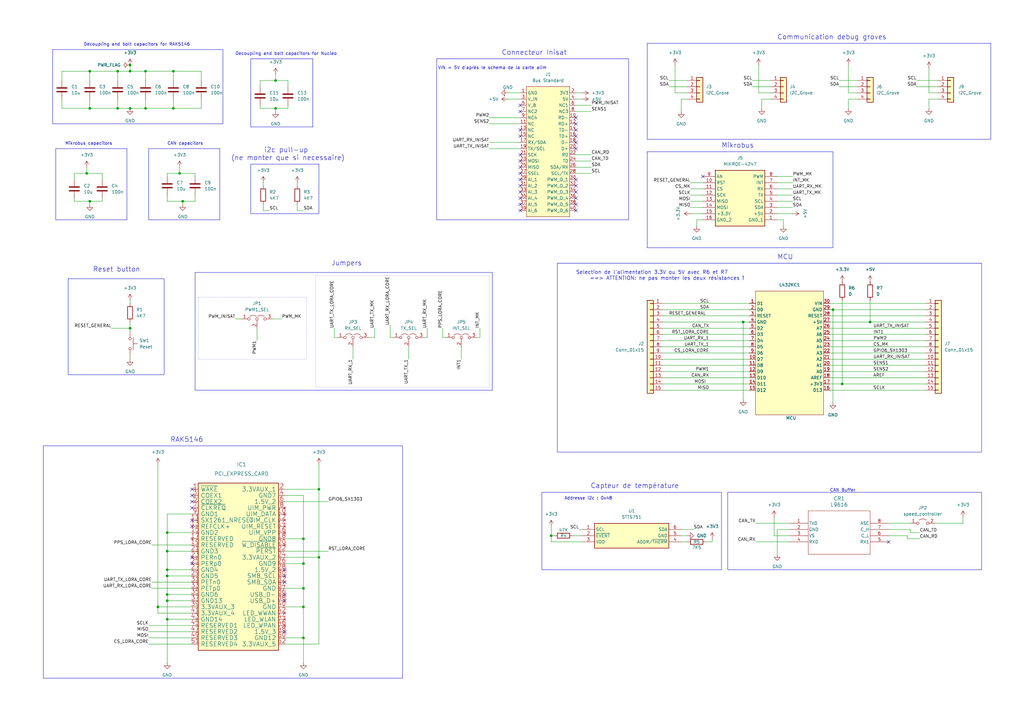
<source format=kicad_sch>
(kicad_sch (version 20231120) (generator "eeschema") (generator_version "8.0")
  (paper "A3")
  (junction (at 64.77 248.92))
  (junction (at 73.66 71.12))
  (junction (at 68.58 254))
  (junction (at 68.58 226.06))
  (junction (at 226.06 219.71))
  (junction (at 341.63 127))
  (junction (at 68.58 233.68))
  (junction (at 124.46 231.14))
  (junction (at 68.58 218.44))
  (junction (at 113.03 33.02))
  (junction (at 124.46 261.62))
  (junction (at 124.46 248.92))
  (junction (at 71.12 44.45))
  (junction (at 36.83 29.21))
  (junction (at 356.87 132.08))
  (junction (at 53.34 134.62))
  (junction (at 35.56 71.12))
  (junction (at 304.8 132.08))
  (junction (at 59.69 44.45))
  (junction (at 124.46 220.98))
  (junction (at 130.81 228.6))
  (junction (at 48.26 29.21))
  (junction (at 59.69 29.21))
  (junction (at 48.26 44.45))
  (junction (at 71.12 29.21))
  (junction (at 53.34 26.67))
  (junction (at 53.34 44.45))
  (junction (at 130.81 200.66))
  (junction (at 345.44 157.48))
  (junction (at 68.58 246.38))
  (junction (at 124.46 241.3))
  (junction (at 36.83 44.45))
  (junction (at 68.58 243.84))
  (junction (at 74.93 82.55))
  (junction (at 53.34 29.21))
  (junction (at 36.83 82.55))
  (junction (at 68.58 236.22))
  (junction (at 113.03 44.45))
  (no_connect (at 236.22 78.74))
  (no_connect (at 236.22 60.96))
  (no_connect (at 213.36 76.2))
  (no_connect (at 116.84 259.08))
  (no_connect (at 364.49 222.25))
  (no_connect (at 78.74 231.14))
  (no_connect (at 236.22 73.66))
  (no_connect (at 213.36 45.72))
  (no_connect (at 116.84 233.68))
  (no_connect (at 236.22 86.36))
  (no_connect (at 236.22 83.82))
  (no_connect (at 213.36 43.18))
  (no_connect (at 236.22 76.2))
  (no_connect (at 213.36 81.28))
  (no_connect (at 236.22 53.34))
  (no_connect (at 213.36 71.12))
  (no_connect (at 288.29 72.39))
  (no_connect (at 78.74 205.74))
  (no_connect (at 213.36 55.88))
  (no_connect (at 78.74 228.6))
  (no_connect (at 78.74 203.2))
  (no_connect (at 213.36 66.04))
  (no_connect (at 213.36 73.66))
  (no_connect (at 116.84 238.76))
  (no_connect (at 213.36 78.74))
  (no_connect (at 213.36 53.34))
  (no_connect (at 213.36 83.82))
  (no_connect (at 213.36 63.5))
  (no_connect (at 116.84 236.22))
  (no_connect (at 116.84 246.38))
  (no_connect (at 236.22 55.88))
  (no_connect (at 213.36 68.58))
  (no_connect (at 213.36 86.36))
  (no_connect (at 236.22 50.8))
  (no_connect (at 78.74 208.28))
  (no_connect (at 78.74 213.36))
  (no_connect (at 78.74 215.9))
  (no_connect (at 78.74 200.66))
  (no_connect (at 236.22 81.28))
  (no_connect (at 116.84 243.84))
  (no_connect (at 236.22 48.26))
  (no_connect (at 236.22 58.42))
  (wire (pts (xy 236.22 38.1) (xy 238.76 38.1)))
  (wire (pts (xy 110.49 86.36) (xy 107.95 86.36)))
  (wire (pts (xy 68.58 210.82) (xy 78.74 210.82)))
  (wire (pts (xy 283.21 80.01) (xy 288.29 80.01)))
  (wire (pts (xy 234.95 219.71) (xy 238.76 219.71)))
  (wire (pts (xy 78.74 251.46) (xy 64.77 251.46)))
  (wire (pts (xy 309.88 214.63) (xy 323.85 214.63)))
  (wire (pts (xy 124.46 86.36) (xy 121.92 86.36)))
  (wire (pts (xy 311.15 38.1) (xy 316.23 38.1)))
  (wire (pts (xy 271.78 134.62) (xy 307.34 134.62)))
  (wire (pts (xy 130.81 190.5) (xy 130.81 200.66)))
  (polyline (pts (xy 90.17 90.17) (xy 60.96 90.17)))
  (wire (pts (xy 68.58 82.55) (xy 74.93 82.55)))
  (wire (pts (xy 200.66 60.96) (xy 213.36 60.96)))
  (wire (pts (xy 373.38 218.44) (xy 373.38 217.17)))
  (wire (pts (xy 48.26 40.64) (xy 48.26 44.45)))
  (wire (pts (xy 317.5 219.71) (xy 323.85 219.71)))
  (polyline (pts (xy 21.59 20.32) (xy 21.59 50.8)))
  (wire (pts (xy 236.22 40.64) (xy 238.76 40.64)))
  (polyline (pts (xy 406.4 57.15) (xy 265.43 57.15)))
  (wire (pts (xy 73.66 68.58) (xy 73.66 71.12)))
  (wire (pts (xy 167.64 142.24) (xy 167.64 147.32)))
  (wire (pts (xy 80.01 71.12) (xy 80.01 72.39)))
  (wire (pts (xy 160.02 133.35) (xy 160.02 138.43)))
  (wire (pts (xy 68.58 246.38) (xy 78.74 246.38)))
  (polyline (pts (xy 265.43 17.78) (xy 265.43 57.15)))
  (wire (pts (xy 208.28 40.64) (xy 213.36 40.64)))
  (wire (pts (xy 113.03 44.45) (xy 118.11 44.45)))
  (wire (pts (xy 48.26 29.21) (xy 48.26 33.02)))
  (wire (pts (xy 323.85 217.17) (xy 318.77 217.17)))
  (wire (pts (xy 318.77 72.39) (xy 325.12 72.39)))
  (wire (pts (xy 60.96 256.54) (xy 78.74 256.54)))
  (wire (pts (xy 304.8 132.08) (xy 304.8 163.83)))
  (wire (pts (xy 344.17 35.56) (xy 351.79 35.56)))
  (wire (pts (xy 68.58 236.22) (xy 68.58 243.84)))
  (wire (pts (xy 106.68 44.45) (xy 113.03 44.45)))
  (wire (pts (xy 106.68 35.56) (xy 106.68 33.02)))
  (polyline (pts (xy 402.59 201.93) (xy 402.59 233.68)))
  (wire (pts (xy 68.58 243.84) (xy 68.58 246.38)))
  (wire (pts (xy 64.77 190.5) (xy 64.77 248.92)))
  (wire (pts (xy 340.36 132.08) (xy 356.87 132.08)))
  (wire (pts (xy 285.75 90.17) (xy 288.29 90.17)))
  (polyline (pts (xy 60.96 60.96) (xy 90.17 60.96)))
  (wire (pts (xy 71.12 40.64) (xy 71.12 44.45)))
  (wire (pts (xy 318.77 82.55) (xy 325.12 82.55)))
  (wire (pts (xy 189.23 142.24) (xy 189.23 147.32)))
  (wire (pts (xy 124.46 248.92) (xy 124.46 261.62)))
  (wire (pts (xy 107.95 86.36) (xy 107.95 83.82)))
  (wire (pts (xy 394.97 214.63) (xy 383.54 214.63)))
  (polyline (pts (xy 298.45 201.93) (xy 402.59 201.93)))
  (wire (pts (xy 68.58 243.84) (xy 78.74 243.84)))
  (wire (pts (xy 340.36 124.46) (xy 379.73 124.46)))
  (wire (pts (xy 311.15 38.1) (xy 311.15 26.67)))
  (wire (pts (xy 124.46 261.62) (xy 116.84 261.62)))
  (wire (pts (xy 344.17 33.02) (xy 351.79 33.02)))
  (wire (pts (xy 25.4 40.64) (xy 25.4 44.45)))
  (wire (pts (xy 341.63 127) (xy 379.73 127)))
  (wire (pts (xy 340.36 157.48) (xy 345.44 157.48)))
  (wire (pts (xy 271.78 144.78) (xy 307.34 144.78)))
  (wire (pts (xy 281.94 40.64) (xy 279.4 40.64)))
  (wire (pts (xy 45.72 134.62) (xy 53.34 134.62)))
  (wire (pts (xy 30.48 82.55) (xy 36.83 82.55)))
  (wire (pts (xy 340.36 134.62) (xy 379.73 134.62)))
  (wire (pts (xy 181.61 134.62) (xy 181.61 138.43)))
  (wire (pts (xy 237.49 217.17) (xy 238.76 217.17)))
  (wire (pts (xy 271.78 147.32) (xy 307.34 147.32)))
  (wire (pts (xy 62.23 241.3) (xy 78.74 241.3)))
  (wire (pts (xy 41.91 71.12) (xy 41.91 73.66)))
  (wire (pts (xy 130.81 264.16) (xy 116.84 264.16)))
  (wire (pts (xy 340.36 139.7) (xy 379.73 139.7)))
  (wire (pts (xy 68.58 226.06) (xy 78.74 226.06)))
  (polyline (pts (xy 52.07 90.17) (xy 22.86 90.17)))
  (wire (pts (xy 30.48 82.55) (xy 30.48 81.28)))
  (wire (pts (xy 68.58 246.38) (xy 68.58 254)))
  (wire (pts (xy 35.56 71.12) (xy 41.91 71.12)))
  (wire (pts (xy 318.77 90.17) (xy 321.31 90.17)))
  (wire (pts (xy 30.48 71.12) (xy 35.56 71.12)))
  (wire (pts (xy 271.78 129.54) (xy 307.34 129.54)))
  (polyline (pts (xy 402.59 233.68) (xy 298.45 233.68)))
  (wire (pts (xy 318.77 77.47) (xy 325.12 77.47)))
  (polyline (pts (xy 165.1 278.13) (xy 17.78 278.13)))
  (wire (pts (xy 62.23 238.76) (xy 78.74 238.76)))
  (wire (pts (xy 340.36 152.4) (xy 379.73 152.4)))
  (wire (pts (xy 279.4 40.64) (xy 279.4 45.72)))
  (wire (pts (xy 74.93 82.55) (xy 74.93 83.82)))
  (wire (pts (xy 121.92 86.36) (xy 121.92 83.82)))
  (wire (pts (xy 384.81 38.1) (xy 381 38.1)))
  (wire (pts (xy 137.16 134.62) (xy 137.16 138.43)))
  (wire (pts (xy 53.34 147.32) (xy 53.34 146.05)))
  (wire (pts (xy 271.78 137.16) (xy 307.34 137.16)))
  (wire (pts (xy 118.11 44.45) (xy 118.11 43.18)))
  (wire (pts (xy 200.66 48.26) (xy 213.36 48.26)))
  (wire (pts (xy 160.02 138.43) (xy 161.29 138.43)))
  (wire (pts (xy 341.63 127) (xy 340.36 127)))
  (wire (pts (xy 308.61 33.02) (xy 316.23 33.02)))
  (wire (pts (xy 36.83 82.55) (xy 36.83 83.82)))
  (polyline (pts (xy 91.44 50.8) (xy 21.59 50.8)))
  (wire (pts (xy 124.46 241.3) (xy 124.46 248.92)))
  (wire (pts (xy 356.87 132.08) (xy 379.73 132.08)))
  (wire (pts (xy 113.03 33.02) (xy 118.11 33.02)))
  (wire (pts (xy 226.06 219.71) (xy 226.06 222.25)))
  (wire (pts (xy 105.41 134.62) (xy 105.41 139.7)))
  (wire (pts (xy 59.69 29.21) (xy 71.12 29.21)))
  (wire (pts (xy 316.23 40.64) (xy 312.42 40.64)))
  (wire (pts (xy 200.66 50.8) (xy 213.36 50.8)))
  (wire (pts (xy 309.88 222.25) (xy 323.85 222.25)))
  (wire (pts (xy 62.23 223.52) (xy 78.74 223.52)))
  (wire (pts (xy 340.36 147.32) (xy 379.73 147.32)))
  (wire (pts (xy 377.19 218.44) (xy 373.38 218.44)))
  (wire (pts (xy 318.77 217.17) (xy 318.77 227.33)))
  (wire (pts (xy 60.96 264.16) (xy 78.74 264.16)))
  (wire (pts (xy 307.34 132.08) (xy 304.8 132.08)))
  (wire (pts (xy 59.69 40.64) (xy 59.69 44.45)))
  (wire (pts (xy 68.58 218.44) (xy 78.74 218.44)))
  (wire (pts (xy 41.91 82.55) (xy 41.91 81.28)))
  (wire (pts (xy 68.58 71.12) (xy 73.66 71.12)))
  (wire (pts (xy 340.36 160.02) (xy 379.73 160.02)))
  (wire (pts (xy 276.86 38.1) (xy 276.86 26.67)))
  (wire (pts (xy 356.87 123.19) (xy 356.87 132.08)))
  (wire (pts (xy 236.22 68.58) (xy 242.57 68.58)))
  (wire (pts (xy 318.77 85.09) (xy 325.12 85.09)))
  (wire (pts (xy 82.55 44.45) (xy 82.55 40.64)))
  (wire (pts (xy 226.06 215.9) (xy 226.06 219.71)))
  (wire (pts (xy 312.42 40.64) (xy 312.42 44.45)))
  (wire (pts (xy 36.83 40.64) (xy 36.83 44.45)))
  (wire (pts (xy 124.46 241.3) (xy 116.84 241.3)))
  (wire (pts (xy 351.79 40.64) (xy 347.98 40.64)))
  (wire (pts (xy 279.4 217.17) (xy 284.48 217.17)))
  (wire (pts (xy 116.84 205.74) (xy 134.62 205.74)))
  (wire (pts (xy 71.12 44.45) (xy 82.55 44.45)))
  (wire (pts (xy 271.78 124.46) (xy 307.34 124.46)))
  (wire (pts (xy 347.98 38.1) (xy 347.98 26.67)))
  (wire (pts (xy 71.12 29.21) (xy 71.12 33.02)))
  (wire (pts (xy 283.21 87.63) (xy 288.29 87.63)))
  (wire (pts (xy 25.4 29.21) (xy 25.4 33.02)))
  (wire (pts (xy 53.34 29.21) (xy 48.26 29.21)))
  (wire (pts (xy 48.26 29.21) (xy 36.83 29.21)))
  (polyline (pts (xy 102.87 24.13) (xy 128.27 24.13)))
  (wire (pts (xy 283.21 82.55) (xy 288.29 82.55)))
  (wire (pts (xy 242.57 45.72) (xy 236.22 45.72)))
  (wire (pts (xy 381 40.64) (xy 381 44.45)))
  (wire (pts (xy 96.52 130.81) (xy 99.06 130.81)))
  (wire (pts (xy 68.58 80.01) (xy 68.58 82.55)))
  (wire (pts (xy 106.68 33.02) (xy 113.03 33.02)))
  (polyline (pts (xy 90.17 60.96) (xy 90.17 90.17)))
  (wire (pts (xy 271.78 157.48) (xy 307.34 157.48)))
  (wire (pts (xy 25.4 44.45) (xy 36.83 44.45)))
  (polyline (pts (xy 91.44 20.32) (xy 91.44 50.8)))
  (wire (pts (xy 53.34 29.21) (xy 59.69 29.21)))
  (wire (pts (xy 381 38.1) (xy 381 27.94)))
  (wire (pts (xy 153.67 134.62) (xy 153.67 138.43)))
  (wire (pts (xy 283.21 85.09) (xy 288.29 85.09)))
  (wire (pts (xy 340.36 154.94) (xy 379.73 154.94)))
  (wire (pts (xy 236.22 71.12) (xy 242.57 71.12)))
  (wire (pts (xy 124.46 248.92) (xy 116.84 248.92)))
  (wire (pts (xy 279.4 222.25) (xy 281.94 222.25)))
  (wire (pts (xy 68.58 233.68) (xy 78.74 233.68)))
  (wire (pts (xy 200.66 58.42) (xy 213.36 58.42)))
  (wire (pts (xy 130.81 200.66) (xy 130.81 228.6)))
  (wire (pts (xy 345.44 157.48) (xy 379.73 157.48)))
  (polyline (pts (xy 265.43 17.78) (xy 406.4 17.78)))
  (wire (pts (xy 130.81 200.66) (xy 116.84 200.66)))
  (wire (pts (xy 68.58 254) (xy 78.74 254)))
  (wire (pts (xy 113.03 44.45) (xy 113.03 45.72)))
  (wire (pts (xy 60.96 259.08) (xy 78.74 259.08)))
  (wire (pts (xy 36.83 29.21) (xy 36.83 33.02)))
  (wire (pts (xy 317.5 212.09) (xy 317.5 219.71)))
  (wire (pts (xy 271.78 142.24) (xy 307.34 142.24)))
  (wire (pts (xy 59.69 44.45) (xy 71.12 44.45)))
  (wire (pts (xy 345.44 123.19) (xy 345.44 157.48)))
  (wire (pts (xy 321.31 90.17) (xy 321.31 92.71)))
  (wire (pts (xy 276.86 38.1) (xy 281.94 38.1)))
  (wire (pts (xy 271.78 132.08) (xy 304.8 132.08)))
  (wire (pts (xy 68.58 271.78) (xy 68.58 254)))
  (wire (pts (xy 364.49 214.63) (xy 373.38 214.63)))
  (wire (pts (xy 283.21 74.93) (xy 288.29 74.93)))
  (wire (pts (xy 372.11 219.71) (xy 364.49 219.71)))
  (wire (pts (xy 274.32 35.56) (xy 281.94 35.56)))
  (wire (pts (xy 124.46 203.2) (xy 124.46 220.98)))
  (wire (pts (xy 318.77 74.93) (xy 325.12 74.93)))
  (wire (pts (xy 308.61 35.56) (xy 316.23 35.56)))
  (wire (pts (xy 124.46 220.98) (xy 116.84 220.98)))
  (wire (pts (xy 271.78 139.7) (xy 307.34 139.7)))
  (wire (pts (xy 340.36 149.86) (xy 379.73 149.86)))
  (wire (pts (xy 279.4 219.71) (xy 281.94 219.71)))
  (wire (pts (xy 121.92 74.93) (xy 121.92 76.2)))
  (wire (pts (xy 36.83 44.45) (xy 48.26 44.45)))
  (wire (pts (xy 68.58 226.06) (xy 68.58 233.68)))
  (wire (pts (xy 124.46 203.2) (xy 116.84 203.2)))
  (wire (pts (xy 68.58 210.82) (xy 68.58 218.44)))
  (wire (pts (xy 107.95 74.93) (xy 107.95 76.2)))
  (wire (pts (xy 124.46 231.14) (xy 124.46 241.3)))
  (wire (pts (xy 68.58 233.68) (xy 68.58 236.22)))
  (wire (pts (xy 36.83 82.55) (xy 41.91 82.55)))
  (wire (pts (xy 196.85 138.43) (xy 195.58 138.43)))
  (wire (pts (xy 130.81 228.6) (xy 116.84 228.6)))
  (wire (pts (xy 53.34 44.45) (xy 59.69 44.45)))
  (wire (pts (xy 48.26 44.45) (xy 53.34 44.45)))
  (wire (pts (xy 64.77 248.92) (xy 78.74 248.92)))
  (wire (pts (xy 35.56 68.58) (xy 35.56 71.12)))
  (polyline (pts (xy 298.45 201.93) (xy 298.45 233.68)))
  (wire (pts (xy 271.78 149.86) (xy 307.34 149.86)))
  (wire (pts (xy 82.55 29.21) (xy 82.55 33.02)))
  (wire (pts (xy 271.78 152.4) (xy 307.34 152.4)))
  (polyline (pts (xy 22.86 60.96) (xy 52.07 60.96)))
  (wire (pts (xy 377.19 220.98) (xy 372.11 220.98)))
  (wire (pts (xy 130.81 228.6) (xy 130.81 264.16)))
  (wire (pts (xy 53.34 135.89) (xy 53.34 134.62)))
  (wire (pts (xy 106.68 43.18) (xy 106.68 44.45)))
  (wire (pts (xy 340.36 137.16) (xy 379.73 137.16)))
  (wire (pts (xy 113.03 30.48) (xy 113.03 33.02)))
  (wire (pts (xy 181.61 138.43) (xy 182.88 138.43)))
  (wire (pts (xy 53.34 134.62) (xy 53.34 132.08)))
  (wire (pts (xy 318.77 80.01) (xy 325.12 80.01)))
  (wire (pts (xy 236.22 63.5) (xy 242.57 63.5)))
  (wire (pts (xy 242.57 43.18) (xy 236.22 43.18)))
  (wire (pts (xy 271.78 154.94) (xy 307.34 154.94)))
  (wire (pts (xy 124.46 220.98) (xy 124.46 231.14)))
  (polyline (pts (xy 60.96 60.96) (xy 60.96 90.17)))
  (wire (pts (xy 59.69 29.21) (xy 59.69 33.02)))
  (wire (pts (xy 36.83 29.21) (xy 25.4 29.21)))
  (wire (pts (xy 74.93 82.55) (xy 80.01 82.55)))
  (wire (pts (xy 30.48 73.66) (xy 30.48 71.12)))
  (wire (pts (xy 340.36 129.54) (xy 379.73 129.54)))
  (wire (pts (xy 53.34 123.19) (xy 53.34 124.46)))
  (wire (pts (xy 153.67 138.43) (xy 151.13 138.43)))
  (wire (pts (xy 318.77 87.63) (xy 325.12 87.63)))
  (wire (pts (xy 375.92 33.02) (xy 384.81 33.02)))
  (wire (pts (xy 124.46 271.78) (xy 124.46 261.62)))
  (wire (pts (xy 274.32 33.02) (xy 281.94 33.02)))
  (wire (pts (xy 137.16 138.43) (xy 138.43 138.43)))
  (wire (pts (xy 271.78 127) (xy 307.34 127)))
  (polyline (pts (xy 406.4 17.78) (xy 406.4 57.15)))
  (wire (pts (xy 111.76 130.81) (xy 115.57 130.81)))
  (wire (pts (xy 73.66 71.12) (xy 80.01 71.12)))
  (polyline (pts (xy 22.86 60.96) (xy 22.86 90.17)))
  (wire (pts (xy 64.77 251.46) (xy 64.77 248.92)))
  (wire (pts (xy 226.06 222.25) (xy 238.76 222.25)))
  (polyline (pts (xy 102.87 24.13) (xy 102.87 52.07)))
  (wire (pts (xy 375.92 35.56) (xy 384.81 35.56)))
  (wire (pts (xy 118.11 33.02) (xy 118.11 35.56)))
  (wire (pts (xy 351.79 38.1) (xy 347.98 38.1)))
  (wire (pts (xy 289.56 222.25) (xy 292.1 222.25)))
  (wire (pts (xy 394.97 212.09) (xy 394.97 214.63)))
  (wire (pts (xy 71.12 29.21) (xy 82.55 29.21)))
  (polyline (pts (xy 52.07 60.96) (xy 52.07 90.17)))
  (wire (pts (xy 340.36 142.24) (xy 379.73 142.24)))
  (wire (pts (xy 373.38 217.17) (xy 364.49 217.17)))
  (wire (pts (xy 384.81 40.64) (xy 381 40.64)))
  (wire (pts (xy 144.78 142.24) (xy 144.78 147.32)))
  (wire (pts (xy 226.06 219.71) (xy 227.33 219.71)))
  (polyline (pts (xy 17.78 182.88) (xy 17.78 278.13)))
  (wire (pts (xy 80.01 82.55) (xy 80.01 80.01)))
  (wire (pts (xy 196.85 134.62) (xy 196.85 138.43)))
  (wire (pts (xy 175.26 138.43) (xy 173.99 138.43)))
  (wire (pts (xy 292.1 222.25) (xy 292.1 220.98)))
  (wire (pts (xy 68.58 218.44) (xy 68.58 226.06)))
  (wire (pts (xy 60.96 261.62) (xy 78.74 261.62)))
  (wire (pts (xy 283.21 77.47) (xy 288.29 77.47)))
  (wire (pts (xy 68.58 72.39) (xy 68.58 71.12)))
  (polyline (pts (xy 165.1 182.88) (xy 165.1 278.13)))
  (polyline (pts (xy 21.59 20.32) (xy 91.44 20.32)))
  (wire (pts (xy 68.58 236.22) (xy 78.74 236.22)))
  (wire (pts (xy 372.11 220.98) (xy 372.11 219.71)))
  (wire (pts (xy 213.36 38.1) (xy 208.28 38.1)))
  (polyline (pts (xy 128.27 24.13) (xy 128.27 52.07)))
  (wire (pts (xy 341.63 127) (xy 341.63 165.1)))
  (wire (pts (xy 236.22 66.04) (xy 242.57 66.04)))
  (polyline (pts (xy 17.78 182.88) (xy 165.1 182.88)))
  (polyline (pts (xy 128.27 52.07) (xy 102.87 52.07)))
  (wire (pts (xy 340.36 144.78) (xy 379.73 144.78)))
  (wire (pts (xy 175.26 134.62) (xy 175.26 138.43)))
  (wire (pts (xy 124.46 231.14) (xy 116.84 231.14)))
  (wire (pts (xy 347.98 40.64) (xy 347.98 44.45)))
  (wire (pts (xy 53.34 26.67) (xy 53.34 29.21)))
  (wire (pts (xy 116.84 226.06) (xy 134.62 226.06)))
  (wire (pts (xy 271.78 160.02) (xy 307.34 160.02)))
  (wire (pts (xy 285.75 92.71) (xy 285.75 90.17)))
  (rectangle (start 228.6 107.95) (end 402.59 185.42))
  (rectangle (start 265.43 62.23) (end 341.63 101.6))
  (rectangle (start 81.28 121.92) (end 125.73 147.32) (stroke (width 0) (type dot)))
  (rectangle (start 179.07 24.13) (end 257.81 90.17))
  (rectangle (start 80.01 111.76) (end 201.93 160.02))
  (rectangle (start 222.25 201.93) (end 295.91 233.68))
  (rectangle (start 129.54 113.03) (end 200.66 158.75) (stroke (width 0) (type dot)))
  (rectangle (start 102.87 67.31) (end 130.81 87.63))
  (rectangle (start 27.94 114.3) (end 67.31 153.67))
  (text "Connecteur Inisat\n" (at 205.74 22.86 0) (effects (font (size 2 2)) (justify left bottom)))
  (text "Capteur de température" (at 260.35 199.39 0) (effects (font (size 2 2))))
  (text "Decoupling and bolt capacitors for Nucleo\n" (at 96.52 22.86 0) (effects (font (size 1.27 1.27)) (justify left bottom)))
  (text "RAK5146\n" (at 69.85 181.61 0) (effects (font (size 2 2)) (justify left bottom)))
  (text "VIN = 5V d'après le schema de la carte alim" (at 201.93 27.94 0) (effects (font (size 1.27 1.27))))
  (text "Selection de l'alimentation 3.3V ou 5V avec R6 et R7\n	==> ATTENTION: ne pas monter les deux résistances !" (at 236.22 113.03 0) (effects (font (size 1.5 1.5)) (justify left)))
  (text "Mikrobus capacitors" (at 26.67 59.69 0) (effects (font (size 1.27 1.27)) (justify left bottom)))
  (text "Communication debug groves" (at 318.77 16.51 0) (effects (font (size 2 2)) (justify left bottom)))
  (text "Addresse i2c : 0x48" (at 241.3 204.47 0) (effects (font (size 1.27 1.27))))
  (text "Mikrobus" (at 295.91 60.96 0) (effects (font (size 2 2)) (justify left bottom)))
  (text "MCU" (at 318.77 106.68 0) (effects (font (size 2 2)) (justify left bottom)))
  (text "CAN Buffer\n" (at 340.36 201.93 0) (effects (font (size 1.27 1.27)) (justify left bottom)))
  (text "Jumpers" (at 135.89 109.22 0) (effects (font (size 2 2)) (justify left bottom)))
  (text "Decoupling and bolt capacitors for RAK5146" (at 34.29 19.05 0) (effects (font (size 1.27 1.27)) (justify left bottom)))
  (text "i2c pull-up \n(ne monter que si necessaire)" (at 118.11 66.04 0) (effects (font (size 2 2)) (justify bottom)))
  (text "CAN capacitors" (at 68.58 59.69 0) (effects (font (size 1.27 1.27)) (justify left bottom)))
  (text "Reset button\n" (at 38.1 111.76 0) (effects (font (size 2 2)) (justify left bottom)))
  (label "UART_TX_1" (at 290.83 142.24 180))
  (label "SENS1" (at 358.14 149.86 0))
  (label "PPS_LORA_CORE" (at 62.23 223.52 180))
  (label "SCLK" (at 358.14 160.02 0))
  (label "AREF" (at 358.14 154.94 0))
  (label "SENS1" (at 242.57 45.72 0))
  (label "CS_LORA_CORE" (at 60.96 264.16 180))
  (label "PWM2" (at 200.66 48.26 180))
  (label "CS_MK" (at 283.21 77.47 180))
  (label "MOSI" (at 283.21 82.55 180))
  (label "UART_RX_1" (at 144.78 147.32 270))
  (label "CAN_TD" (at 242.57 66.04 0))
  (label "MISO" (at 60.96 259.08 180))
  (label "CAN_TX" (at 290.83 134.62 180))
  (label "RESET_GENERAL" (at 283.21 74.93 180))
  (label "GPIO6_SX1303" (at 358.14 144.78 0))
  (label "PWM1" (at 290.83 152.4 180))
  (label "SCLK" (at 283.21 80.01 180))
  (label "SCL" (at 242.57 71.12 0))
  (label "CS_LORA_CORE" (at 290.83 144.78 180))
  (label "UART_RX_MK" (at 175.26 134.62 90))
  (label "CS_MK" (at 358.14 142.24 0))
  (label "CAN_RX" (at 290.83 154.94 180))
  (label "SDA" (at 124.46 86.36 0))
  (label "GPIO6_SX1303" (at 134.62 205.74 0))
  (label "UART_RX_1" (at 290.83 139.7 180))
  (label "UART_TX_MK" (at 153.67 134.62 90))
  (label "SDA" (at 284.48 217.17 0))
  (label "RST_LORA_CORE" (at 290.83 137.16 180))
  (label "INT_MK" (at 325.12 74.93 0))
  (label "MISO" (at 290.83 160.02 180))
  (label "PWM_MK" (at 115.57 130.81 0))
  (label "PWM_INISAT" (at 242.57 43.18 0))
  (label "MISO" (at 283.21 85.09 180))
  (label "SCL" (at 344.17 33.02 180))
  (label "CAN_RX" (at 309.88 222.25 180))
  (label "SENS2" (at 200.66 50.8 180))
  (label "SCL" (at 308.61 33.02 180))
  (label "INT1" (at 358.14 137.16 0))
  (label "UART_RX_MK" (at 325.12 77.47 0))
  (label "MOSI" (at 60.96 261.62 180))
  (label "UART_TX_1" (at 167.64 147.32 270))
  (label "SCL" (at 110.49 86.36 0))
  (label "PPS_LORA_CORE" (at 181.61 134.62 90))
  (label "SDA" (at 290.83 127 180))
  (label "SCL" (at 237.49 217.17 180))
  (label "SCLK" (at 60.96 256.54 180))
  (label "PWM_INISAT" (at 96.52 130.81 180))
  (label "PWM_MK" (at 325.12 72.39 0))
  (label "RESET_GENERAL" (at 45.72 134.62 180))
  (label "PWM1" (at 105.41 139.7 270))
  (label "MOSI" (at 289.56 157.48 180))
  (label "UART_TX_LORA_CORE" (at 137.16 134.62 90))
  (label "SENS2" (at 358.14 152.4 0))
  (label "UART_TX_MK" (at 325.12 80.01 0))
  (label "SDA" (at 274.32 35.56 180))
  (label "SCL" (at 375.92 33.02 180))
  (label "CAN_TX" (at 309.88 214.63 180))
  (label "PWM2" (at 358.14 139.7 0))
  (label "UART_RX_INISAT" (at 358.14 147.32 0))
  (label "UART_TX_LORA_CORE" (at 62.23 238.76 180))
  (label "SDA" (at 344.17 35.56 180))
  (label "CAN_TD" (at 377.19 218.44 0))
  (label "UART_TX_INISAT" (at 200.66 60.96 180))
  (label "SDA" (at 242.57 68.58 0))
  (label "CAN_RD" (at 377.19 220.98 0))
  (label "SDA" (at 375.92 35.56 180))
  (label "INT1" (at 189.23 147.32 270))
  (label "UART_RX_INISAT" (at 200.66 58.42 180))
  (label "SCL" (at 274.32 33.02 180))
  (label "RST_LORA_CORE" (at 134.62 226.06 0))
  (label "RESET_GENERAL" (at 289.56 129.54 180))
  (label "SDA" (at 308.61 35.56 180))
  (label "CAN_RD" (at 242.57 63.5 0))
  (label "UART_TX_INISAT" (at 358.14 134.62 0))
  (label "UART_RX_LORA_CORE" (at 160.02 133.35 90))
  (label "INT_MK" (at 196.85 134.62 90))
  (label "SCL" (at 290.83 124.46 180))
  (label "SDA" (at 325.12 85.09 0))
  (label "SCL" (at 325.12 82.55 0))
  (label "UART_RX_LORA_CORE" (at 62.23 241.3 180))
  (symbol (lib_id "Connector_Generic:Conn_01x04") (at 356.87 35.56 0) (unit 1)
    (property "Reference" "J6" (at 359.41 35.56 0) (effects (justify left)))
    (property "Value" "I2C_Grove" (at 359.41 38.1 0) (effects (justify left)))
    (property "Footprint" "Connector:NS-Tech_Grove_1x04_P2mm_Vertical" (effects (hide yes)))
  )
  (symbol (lib_id "power:+3.3V") (at 394.97 212.09 0) (unit 1)
    (property "Reference" "#PWR031" (effects (hide yes)))
    (property "Value" "+3V3" (at 394.97 207.01 0))
  )
  (symbol (lib_id "Jumper:Jumper_3_Open") (at 167.64 138.43 0) (unit 1) (exclude_from_sim yes) (in_bom no)
    (property "Reference" "JP4" (at 167.64 132.08 0))
    (property "Value" "TX_SEL" (at 167.64 134.62 0))
    (property "Description" "Jumper, 3-pole, both open" (effects (hide yes)))
  )
  (symbol (lib_id "Device:C") (at 118.11 39.37 0) (unit 1)
    (property "Reference" "C13" (at 121.92 38.1 0) (effects (justify left)))
    (property "Value" "100n" (at 121.92 40.64 0) (effects (justify left)))
    (property "Footprint" "Capacitor_SMD:C_0805_2012Metric_Pad1.18x1.45mm_HandSolder" (effects (hide yes)))
  )
  (symbol (lib_id "power:GND") (at 285.75 92.71 0) (unit 1)
    (property "Reference" "#PWR015" (effects (hide yes)))
    (property "Value" "GND" (at 285.75 97.79 0))
  )
  (symbol (lib_id "Jumper:Jumper_3_Open") (at 189.23 138.43 0) (unit 1) (exclude_from_sim yes) (in_bom no)
    (property "Reference" "JP5" (at 189.23 132.08 0))
    (property "Value" "INT_SEL" (at 189.23 134.62 0))
    (property "Description" "Jumper, 3-pole, both open" (effects (hide yes)))
  )
  (symbol (lib_id "Device:C") (at 25.4 36.83 0) (unit 1)
    (property "Reference" "C1" (at 29.21 35.5599 0) (effects (justify left)))
    (property "Value" "10u" (at 29.21 38.0999 0) (effects (justify left)))
    (property "Footprint" "Capacitor_SMD:C_0805_2012Metric_Pad1.18x1.45mm_HandSolder" (effects (hide yes)))
  )
  (symbol (lib_id "Jumper:Jumper_3_Open") (at 144.78 138.43 0) (unit 1) (exclude_from_sim yes) (in_bom no)
    (property "Reference" "JP3" (at 144.78 132.08 0))
    (property "Value" "RX_SEL" (at 144.78 134.62 0))
    (property "Description" "Jumper, 3-pole, both open" (effects (hide yes)))
  )
  (symbol (lib_id "power:+3.3V") (at 73.66 68.58 0) (unit 1)
    (property "Reference" "#PWR011" (effects (hide yes)))
    (property "Value" "+3V3" (at 73.66 63.5 0))
  )
  (symbol (lib_id "Device:C") (at 71.12 36.83 0) (unit 1)
    (property "Reference" "C8" (at 74.93 35.56 0) (effects (justify left)))
    (property "Value" "100n" (at 74.93 38.1 0) (effects (justify left)))
    (property "Footprint" "Capacitor_SMD:C_0805_2012Metric_Pad1.18x1.45mm_HandSolder" (effects (hide yes)))
  )
  (symbol (lib_id "power:GND") (at 347.98 44.45 0) (unit 1)
    (property "Reference" "#PWR038" (effects (hide yes)))
    (property "Value" "GND" (at 347.98 49.53 0))
  )
  (symbol (lib_id "power:+3.3V") (at 64.77 190.5 0) (unit 1)
    (property "Reference" "#PWR09" (effects (hide yes)))
    (property "Value" "+3V3" (at 64.77 185.42 0))
  )
  (symbol (lib_id "power:+3.3V") (at 53.34 26.67 0) (unit 1)
    (property "Reference" "#PWR05" (effects (hide yes)))
    (property "Value" "+3V3" (at 53.34 21.59 0))
  )
  (symbol (lib_id "Device:R") (at 53.34 128.27 0) (unit 1)
    (property "Reference" "R1" (at 55.88 126.9999 0) (effects (justify left)))
    (property "Value" "4K7" (at 55.88 129.5399 0) (effects (justify left)))
    (property "Description" "Resistor" (effects (hide yes)))
  )
  (symbol (lib_id "Device:R") (at 285.75 222.25 90) (unit 1)
    (property "Reference" "R5" (at 285.75 222.25 90))
    (property "Value" "7K5" (at 285.75 224.536 90))
    (property "Description" "Resistor" (effects (hide yes)))
  )
  (symbol (lib_id "Device:C") (at 68.58 76.2 0) (unit 1)
    (property "Reference" "C7" (at 72.39 74.9299 0) (effects (justify left)))
    (property "Value" "10u" (at 72.39 77.4699 0) (effects (justify left)))
    (property "Footprint" "Capacitor_SMD:C_0805_2012Metric_Pad1.18x1.45mm_HandSolder" (effects (hide yes)))
  )
  (symbol (lib_id "power:+3.3V") (at 113.03 30.48 0) (unit 1)
    (property "Reference" "#PWR041" (effects (hide yes)))
    (property "Value" "+3V3" (at 113.03 25.4 0))
  )
  (symbol (lib_id "power:GND") (at 312.42 44.45 0) (unit 1)
    (property "Reference" "#PWR033" (effects (hide yes)))
    (property "Value" "GND" (at 312.42 49.53 0))
  )
  (symbol (lib_name "GND_1") (lib_id "power:GND") (at 281.94 219.71 90) (unit 1)
    (property "Reference" "#PWR035" (effects (hide yes)))
    (property "Value" "GND" (at 285.75 219.7099 90) (effects (justify right)))
  )
  (symbol (lib_id "power:+3.3V") (at 226.06 215.9 0) (unit 1)
    (property "Reference" "#PWR019" (effects (hide yes)))
    (property "Value" "+3V3" (at 226.06 210.82 0))
  )
  (symbol (lib_id "power:GND") (at 124.46 271.78 0) (unit 1)
    (property "Reference" "#PWR017" (effects (hide yes)))
    (property "Value" "GND" (at 124.46 276.86 0))
  )
  (symbol (lib_id "Device:C") (at 80.01 76.2 0) (unit 1)
    (property "Reference" "C9" (at 83.82 74.9299 0) (effects (justify left)))
    (property "Value" "100n" (at 83.82 77.4699 0) (effects (justify left)))
    (property "Footprint" "Capacitor_SMD:C_0805_2012Metric_Pad1.18x1.45mm_HandSolder" (effects (hide yes)))
  )
  (symbol (lib_id "power:+5V") (at 325.12 87.63 270) (unit 1)
    (property "Reference" "#PWR030" (effects (hide yes)))
    (property "Value" "+5V" (at 330.2 87.63 0))
    (property "Description" "Power symbol creates a global label with name \"+5V\"" (effects (hide yes)))
  )
  (symbol (lib_id "Device:R") (at 107.95 80.01 0) (unit 1)
    (property "Reference" "R2" (at 110.49 78.7399 0) (effects (justify left)))
    (property "Value" "4K7" (at 110.49 81.2799 0) (effects (justify left)))
    (property "Description" "Resistor" (effects (hide yes)))
  )
  (symbol (lib_name "GND_1") (lib_id "power:GND") (at 341.63 165.1 0) (unit 1)
    (property "Reference" "#PWR034" (effects (hide yes)))
    (property "Value" "GND" (at 341.63 170.18 0))
  )
  (symbol (lib_id "Device:C") (at 106.68 39.37 0) (unit 1)
    (property "Reference" "C11" (at 110.49 38.1 0) (effects (justify left)))
    (property "Value" "10u" (at 110.49 40.64 0) (effects (justify left)))
    (property "Footprint" "Capacitor_SMD:C_0805_2012Metric_Pad1.18x1.45mm_HandSolder" (effects (hide yes)))
  )
  (symbol (lib_id "power:+3.3V") (at 35.56 68.58 0) (unit 1)
    (property "Reference" "#PWR01" (effects (hide yes)))
    (property "Value" "+3V3" (at 35.56 63.5 0))
  )
  (symbol (lib_id "power:GND") (at 74.93 83.82 0) (unit 1)
    (property "Reference" "#PWR012" (effects (hide yes)))
    (property "Value" "GND" (at 74.93 88.9 0))
  )
  (symbol (lib_id "power:+3.3V") (at 238.76 38.1 270) (unit 1)
    (property "Reference" "#PWR022" (effects (hide yes)))
    (property "Value" "+3V3" (at 242.57 38.0999 90) (effects (justify left)))
  )
  (symbol (lib_id "power:+3.3V") (at 381 27.94 0) (unit 1)
    (property "Reference" "#PWR039" (effects (hide yes)))
    (property "Value" "+3V3" (at 381 22.86 0))
  )
  (symbol (lib_id "Device:R") (at 345.44 119.38 0) (unit 1)
    (property "Reference" "R6" (at 347.98 118.1099 0) (effects (justify left)))
    (property "Value" "0" (at 347.98 120.6499 0) (effects (justify left)))
    (property "Description" "Resistor" (effects (hide yes)))
  )
  (symbol (lib_id "power:GND") (at 318.77 227.33 0) (unit 1)
    (property "Reference" "#PWR025" (effects (hide yes)))
    (property "Value" "GND" (at 318.77 232.41 0))
  )
  (symbol (lib_id "Device:C") (at 59.69 36.83 0) (unit 1)
    (property "Reference" "C6" (at 63.5 35.56 0) (effects (justify left)))
    (property "Value" "100n" (at 63.5 38.1 0) (effects (justify left)))
    (property "Footprint" "Capacitor_SMD:C_0805_2012Metric_Pad1.18x1.45mm_HandSolder" (effects (hide yes)))
  )
  (symbol (lib_id "power:+3.3V") (at 107.95 74.93 0) (unit 1)
    (property "Reference" "#PWR08" (effects (hide yes)))
    (property "Value" "+3V3" (at 107.95 69.85 0))
  )
  (symbol (lib_id "Com_L432KC_symbols:MIKROE-4247") (at 318.77 90.17 180) (unit 1)
    (property "Reference" "J5" (at 303.53 64.77 0))
    (property "Value" "MIKROE-4247" (at 303.53 67.31 0))
    (property "Footprint" "MIKROE4247" (effects (hide yes)))
    (property "Datasheet" "https://download.mikroe.com/documents/mikrobu_socket/SOCKET%20mikroBUS%2016%20TH.pdf" (effects (hide yes)))
    (property "Description" "Sockets & Adapters SOCKET mikroBUS 16 TH" (effects (hide yes)))
    (property "Height" "11.6" (effects (hide yes)))
    (property "Manufacturer_Name" "Mikroe" (effects (hide yes)))
    (property "Manufacturer_Part_Number" "MIKROE-4247" (effects (hide yes)))
    (property "Mouser Part Number" "932-MIKROE-4247" (effects (hide yes)))
    (property "Mouser Price/Stock" "https://www.mouser.co.uk/ProductDetail/Mikroe/MIKROE-4247?qs=zW32dvEIR3v60RwxHCFyew%3D%3D" (effects (hide yes)))
  )
  (symbol (lib_id "Device:R") (at 356.87 119.38 0) (unit 1)
    (property "Reference" "R7" (at 359.41 118.1099 0) (effects (justify left)))
    (property "Value" "0" (at 359.41 120.6499 0) (effects (justify left)))
    (property "Description" "Resistor" (effects (hide yes)))
  )
  (symbol (lib_id "power:+3.3V") (at 347.98 26.67 0) (unit 1)
    (property "Reference" "#PWR037" (effects (hide yes)))
    (property "Value" "+3V3" (at 347.98 21.59 0))
  )
  (symbol (lib_id "Connector_Generic:Conn_01x04") (at 321.31 35.56 0) (unit 1)
    (property "Reference" "J4" (at 323.85 35.56 0) (effects (justify left)))
    (property "Value" "I2C_Grove" (at 323.85 38.1 0) (effects (justify left)))
    (property "Footprint" "Connector:NS-Tech_Grove_1x04_P2mm_Vertical" (effects (hide yes)))
  )
  (symbol (lib_name "+3.3V_1") (lib_id "power:+3.3V") (at 345.44 115.57 0) (unit 1)
    (property "Reference" "#PWR029" (effects (hide yes)))
    (property "Value" "+3.3V" (at 345.44 110.49 0))
    (property "Description" "Power symbol creates a global label with name \"+3.3V\"" (effects (hide yes)))
  )
  (symbol (lib_id "power:+3.3V") (at 311.15 26.67 0) (unit 1)
    (property "Reference" "#PWR032" (effects (hide yes)))
    (property "Value" "+3V3" (at 311.15 21.59 0))
  )
  (symbol (lib_id "Corecell_Intercon_Board:Flatsat_conn") (at 215.9 38.1 0) (unit 1)
    (property "Reference" "J1" (at 224.79 30.48 0))
    (property "Value" "Bus Standard" (at 224.79 33.02 0))
    (property "Footprint" "Library:flatsat_conn" (effects (hide yes)))
  )
  (symbol (lib_id "power:+5V") (at 238.76 40.64 270) (unit 1)
    (property "Reference" "#PWR023" (effects (hide yes)))
    (property "Value" "+5V" (at 242.57 40.6399 90) (effects (justify left)))
    (property "Description" "Power symbol creates a global label with name \"+5V\"" (effects (hide yes)))
  )
  (symbol (lib_id "Device:R") (at 231.14 219.71 90) (unit 1)
    (property "Reference" "R4" (at 231.14 219.71 90))
    (property "Value" "47K" (at 231.14 217.424 90))
    (property "Description" "Resistor" (effects (hide yes)))
  )
  (symbol (lib_name "GND_1") (lib_id "power:GND") (at 304.8 163.83 0) (unit 1)
    (property "Reference" "#PWR027" (effects (hide yes)))
    (property "Value" "GND" (at 304.8 168.91 0))
  )
  (symbol (lib_id "SX_Loracell:PCI_EXPRESS_CARD") (at 81.28 198.12 0) (unit 1)
    (property "Reference" "IC1" (at 99.06 190.5 0) (effects (font (size 1.524 1.524))))
    (property "Value" "PCI_EXPRESS_CARD" (at 99.06 194.31 0) (effects (font (size 1.524 1.524))))
    (property "Footprint" "Connector_PCBEdge:BUS_PCI_Express_Mini" (effects (hide yes)))
  )
  (symbol (lib_id "power:PWR_FLAG") (at 53.34 26.67 90) (unit 1)
    (property "Reference" "#FLG01" (effects (hide yes)))
    (property "Value" "PWR_FLAG" (at 49.53 26.6699 90) (effects (justify left)))
  )
  (symbol (lib_id "Device:C") (at 30.48 77.47 0) (unit 1)
    (property "Reference" "C2" (at 34.29 76.1999 0) (effects (justify left)))
    (property "Value" "10u" (at 34.29 78.7399 0) (effects (justify left)))
    (property "Footprint" "Capacitor_SMD:C_0805_2012Metric_Pad1.18x1.45mm_HandSolder" (effects (hide yes)))
  )
  (symbol (lib_id "power:+3.3V") (at 292.1 220.98 0) (unit 1)
    (property "Reference" "#PWR036" (effects (hide yes)))
    (property "Value" "+3V3" (at 292.1 215.9 0))
  )
  (symbol (lib_id "Connector_Generic:Conn_01x15") (at 384.81 142.24 0) (unit 1)
    (property "Reference" "J7" (at 387.35 140.97 0) (effects (justify left)))
    (property "Value" "Conn_01x15" (at 387.35 143.51 0) (effects (justify left)))
    (property "Footprint" "Connector_PinSocket_2.54mm:PinSocket_1x15_P2.54mm_Vertical" (effects (hide yes)))
  )
  (symbol (lib_id "power:GND") (at 321.31 92.71 0) (unit 1)
    (property "Reference" "#PWR03" (effects (hide yes)))
    (property "Value" "GND" (at 321.31 97.79 0))
  )
  (symbol (lib_id "power:+3.3V") (at 121.92 74.93 0) (unit 1)
    (property "Reference" "#PWR013" (effects (hide yes)))
    (property "Value" "+3V3" (at 121.92 69.85 0))
  )
  (symbol (lib_id "Jumper:Jumper_3_Open") (at 105.41 130.81 0) (unit 1) (exclude_from_sim yes) (in_bom no)
    (property "Reference" "JP1" (at 105.41 124.46 0))
    (property "Value" "PWM1_SEL" (at 105.41 127 0))
    (property "Description" "Jumper, 3-pole, both open" (effects (hide yes)))
  )
  (symbol (lib_id "Device:C") (at 41.91 77.47 0) (unit 1)
    (property "Reference" "C4" (at 45.72 76.1999 0) (effects (justify left)))
    (property "Value" "100n" (at 45.72 78.7399 0) (effects (justify left)))
    (property "Footprint" "Capacitor_SMD:C_0805_2012Metric_Pad1.18x1.45mm_HandSolder" (effects (hide yes)))
  )
  (symbol (lib_id "Device:C") (at 48.26 36.83 0) (unit 1)
    (property "Reference" "C5" (at 52.07 35.5599 0) (effects (justify left)))
    (property "Value" "100n" (at 52.07 38.0999 0) (effects (justify left)))
    (property "Footprint" "Capacitor_SMD:C_0805_2012Metric_Pad1.18x1.45mm_HandSolder" (effects (hide yes)))
  )
  (symbol (lib_id "Device:R") (at 121.92 80.01 0) (unit 1)
    (property "Reference" "R3" (at 124.46 78.7399 0) (effects (justify left)))
    (property "Value" "4K7" (at 124.46 81.2799 0) (effects (justify left)))
    (property "Description" "Resistor" (effects (hide yes)))
  )
  (symbol (lib_id "Com_L432KC_symbols:STTS751-0DP3F") (at 238.76 217.17 0) (unit 1)
    (property "Reference" "U1" (at 259.08 209.55 0))
    (property "Value" "STTS751" (at 259.08 212.09 0))
    (property "Footprint" "SON65P200X200X55-6N" (effects (hide yes)))
    (property "Datasheet" "http://www.st.com/content/ccc/resource/technical/document/datasheet/92/61/9d/75/eb/f1/46/b8/CD00252523.pdf/files/CD00252523.pdf/jcr:content/translations/en.CD00252523.pdf" (effects (hide yes)))
    (property "Description" "Board Mount Temperature Sensors High-Accuracy 2.25V Digital Temp SNSR" (effects (hide yes)))
    (property "Height" "0.55" (effects (hide yes)))
    (property "Mouser Part Number" "511-STTS751-0DP3F" (effects (hide yes)))
    (property "Mouser Price/Stock" "https://www.mouser.co.uk/ProductDetail/STMicroelectronics/STTS751-0DP3F?qs=CQvZCu%2FO60OSF8FsZoug5A%3D%3D" (effects (hide yes)))
    (property "Manufacturer_Name" "STMicroelectronics" (effects (hide yes)))
    (property "Manufacturer_Part_Number" "STTS751-0DP3F" (effects (hide yes)))
  )
  (symbol (lib_id "power:+3.3V") (at 276.86 26.67 0) (unit 1)
    (property "Reference" "#PWR026" (effects (hide yes)))
    (property "Value" "+3V3" (at 276.86 21.59 0))
  )
  (symbol (lib_id "Connector_Generic:Conn_01x04") (at 389.89 35.56 0) (unit 1)
    (property "Reference" "J9" (at 393.065 35.56 0) (effects (justify left)))
    (property "Value" "I2C_Grove" (at 393.065 38.1 0) (effects (justify left)))
    (property "Footprint" "Connector:NS-Tech_Grove_1x04_P2mm_Vertical" (effects (hide yes)))
  )
  (symbol (lib_id "power:+3.3V") (at 53.34 123.19 0) (unit 1)
    (property "Reference" "#PWR02" (effects (hide yes)))
    (property "Value" "+3V3" (at 53.34 118.11 0))
  )
  (symbol (lib_id "power:+5V") (at 208.28 40.64 90) (unit 1)
    (property "Reference" "#PWR021" (effects (hide yes)))
    (property "Value" "+5V" (at 204.47 40.6399 90) (effects (justify left)))
    (property "Description" "Power symbol creates a global label with name \"+5V\"" (effects (hide yes)))
  )
  (symbol (lib_id "Device:C") (at 36.83 36.83 0) (unit 1)
    (property "Reference" "C3" (at 40.64 35.5599 0) (effects (justify left)))
    (property "Value" "100n" (at 40.64 38.0999 0) (effects (justify left)))
    (property "Footprint" "Capacitor_SMD:C_0805_2012Metric_Pad1.18x1.45mm_HandSolder" (effects (hide yes)))
  )
  (symbol (lib_id "power:GND") (at 208.28 38.1 270) (unit 1)
    (property "Reference" "#PWR020" (effects (hide yes)))
    (property "Value" "GND" (at 206.248 35.814 90) (effects (justify left)))
  )
  (symbol (lib_id "power:+5V") (at 356.87 115.57 0) (unit 1)
    (property "Reference" "#PWR042" (effects (hide yes)))
    (property "Value" "+5V" (at 356.87 110.49 0))
    (property "Description" "Power symbol creates a global label with name \"+5V\"" (effects (hide yes)))
  )
  (symbol (lib_id "2023-06-06_07-55-18:L9616") (at 323.85 214.63 0) (unit 1)
    (property "Reference" "CR1" (at 344.17 204.47 0) (effects (font (size 1.524 1.524))))
    (property "Value" "L9616" (at 344.17 207.01 0) (effects (font (size 1.524 1.524))))
    (property "Footprint" "Library:SO-8_STM" (effects (hide yes)))
    (property "Datasheet" "L9616" (effects (hide yes)))
  )
  (symbol (lib_id "power:+3.3V") (at 130.81 190.5 0) (unit 1)
    (property "Reference" "#PWR018" (effects (hide yes)))
    (property "Value" "+3V3" (at 130.81 185.42 0))
  )
  (symbol (lib_id "power:+3.3V") (at 317.5 212.09 0) (unit 1)
    (property "Reference" "#PWR024" (effects (hide yes)))
    (property "Value" "+3V3" (at 317.5 207.01 0))
  )
  (symbol (lib_id "Device:C") (at 82.55 36.83 0) (unit 1)
    (property "Reference" "C10" (at 86.36 35.56 0) (effects (justify left)))
    (property "Value" "100n" (at 86.36 38.1 0) (effects (justify left)))
    (property "Footprint" "Capacitor_SMD:C_0805_2012Metric_Pad1.18x1.45mm_HandSolder" (effects (hide yes)))
  )
  (symbol (lib_id "Connector_Generic:Conn_01x15") (at 266.7 142.24 0) (mirror y) (unit 1)
    (property "Reference" "J2" (at 264.16 140.97 0) (effects (justify left)))
    (property "Value" "Conn_01x15" (at 264.16 143.51 0) (effects (justify left)))
    (property "Footprint" "Connector_PinSocket_2.54mm:PinSocket_1x15_P2.54mm_Vertical" (effects (hide yes)))
  )
  (symbol (lib_id "Jumper:Jumper_2_Open") (at 378.46 214.63 0) (unit 1)
    (property "Reference" "JP2" (at 378.46 208.28 0))
    (property "Value" "speed_controller" (at 378.46 210.82 0))
    (property "Footprint" "Connector_PinHeader_2.54mm:PinHeader_1x02_P2.54mm_Vertical" (effects (hide yes)))
  )
  (symbol (lib_name "+3.3V_1") (lib_id "power:+3.3V") (at 283.21 87.63 90) (unit 1)
    (property "Reference" "#PWR016" (effects (hide yes)))
    (property "Value" "+3.3V" (at 278.13 87.63 0))
    (property "Description" "Power symbol creates a global label with name \"+3.3V\"" (effects (hide yes)))
  )
  (symbol (lib_id "power:GND") (at 36.83 83.82 0) (unit 1)
    (property "Reference" "#PWR04" (effects (hide yes)))
    (property "Value" "GND" (at 36.83 88.9 0))
  )
  (symbol (lib_id "power:GND") (at 113.03 45.72 0) (unit 1)
    (property "Reference" "#PWR014" (effects (hide yes)))
    (property "Value" "GND" (at 113.03 50.8 0))
  )
  (symbol (lib_id "power:GND") (at 381 44.45 0) (unit 1)
    (property "Reference" "#PWR040" (effects (hide yes)))
    (property "Value" "GND" (at 381 49.53 0))
  )
  (symbol (lib_id "power:GND") (at 68.58 271.78 0) (unit 1)
    (property "Reference" "#PWR010" (effects (hide yes)))
    (property "Value" "GND" (at 68.58 276.86 0))
  )
  (symbol (lib_id "Switch:SW_Push") (at 53.34 140.97 270) (unit 1)
    (property "Reference" "SW1" (at 57.15 139.6999 90) (effects (justify left)))
    (property "Value" "Reset" (at 57.15 142.2399 90) (effects (justify left)))
    (property "Footprint" "Button_Switch_THT:SW_PUSH_6mm" (effects (hide yes)))
    (property "Description" "Push button switch, generic, two pins" (effects (hide yes)))
  )
  (symbol (lib_id "power:GND") (at 279.4 45.72 0) (unit 1)
    (property "Reference" "#PWR028" (effects (hide yes)))
    (property "Value" "GND" (at 279.4 50.8 0))
  )
  (symbol (lib_id "STM32L432KC:L432KC") (at 309.88 119.38 0) (unit 1)
    (property "Reference" "L432KC1" (at 323.85 116.84 0))
    (property "Value" "MCU" (at 324.485 171.45 0))
    (property "Footprint" "Module:Arduino_Nano" (effects (hide yes)))
  )
  (symbol (lib_id "power:GND") (at 53.34 147.32 0) (unit 1)
    (property "Reference" "#PWR07" (effects (hide yes)))
    (property "Value" "GND" (at 53.34 152.4 0))
  )
  (symbol (lib_id "power:GND") (at 53.34 44.45 0) (unit 1)
    (property "Reference" "#PWR06" (effects (hide yes)))
    (property "Value" "GND" (at 53.34 49.53 0))
  )
  (symbol (lib_id "Connector_Generic:Conn_01x04") (at 287.02 35.56 0) (unit 1)
    (property "Reference" "J3" (at 289.56 35.56 0) (effects (justify left)))
    (property "Value" "I2C_Grove" (at 289.56 38.1 0) (effects (justify left)))
    (property "Footprint" "Connector:NS-Tech_Grove_1x04_P2mm_Vertical" (effects (hide yes)))
  )
)
</source>
